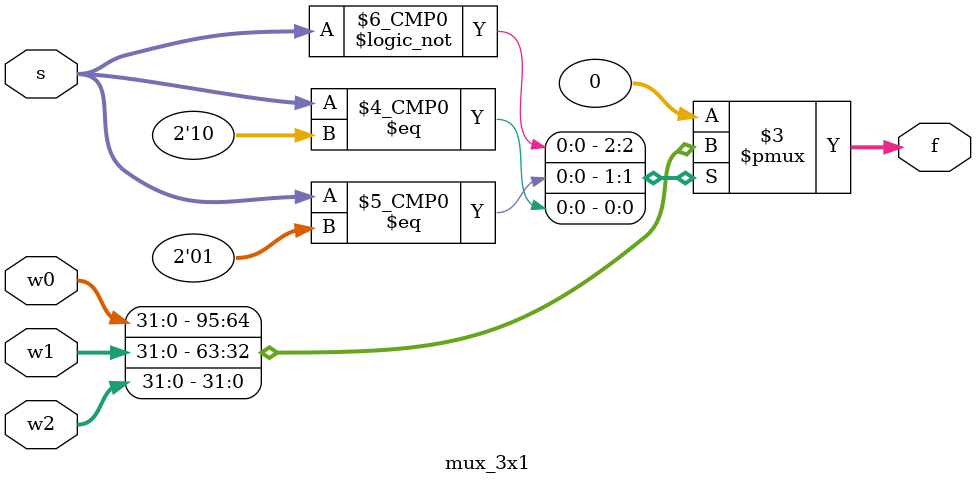
<source format=v>
module mux_3x1 #(parameter N =32 )
				(
					input [N-1:0] w0,
					input [N-1:0] w1,
					input [N-1:0] w2,
					input [1:0] s,
					output reg [N-1:0] f
				);
				
				
				always @(w0,w1,w2,s)
				 begin
					case (s)
					 2'b00 : f = w0;
					 2'b01 : f =w1;
					 2'b10 : f = w2;
					 default : f = 0;
					endcase
				 end

    
endmodule

</source>
